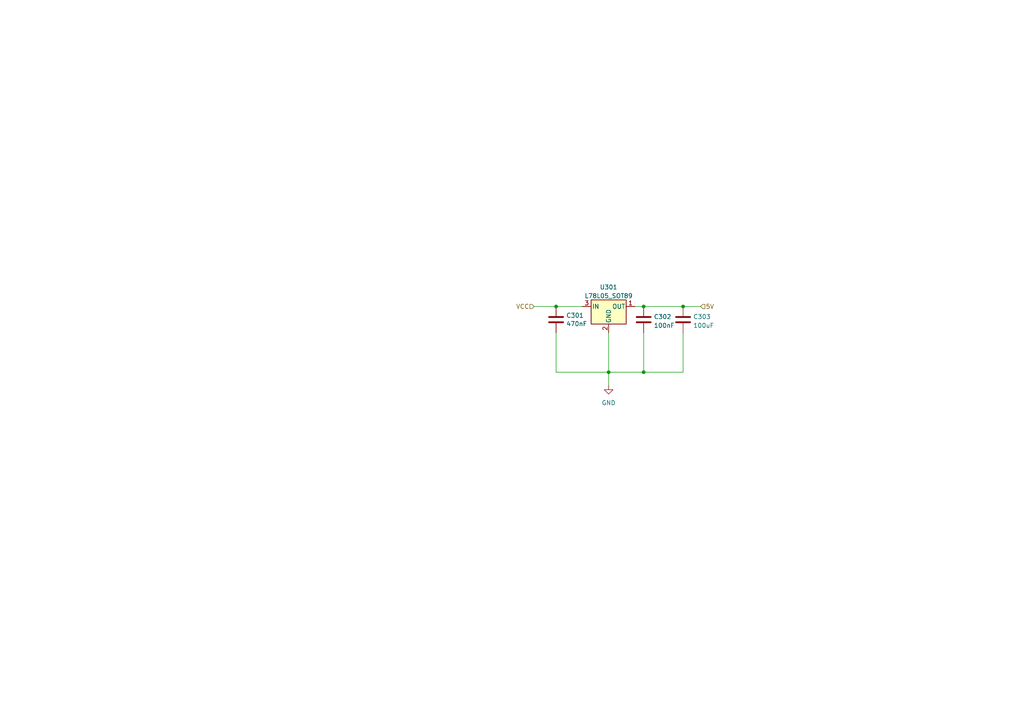
<source format=kicad_sch>
(kicad_sch (version 20230121) (generator eeschema)
  (paper "A4")
  (lib_symbols
    (symbol "Device:C" (pin_numbers hide) (pin_names (offset 0.254))
      (property "Reference" "C" (at 0.635 2.54 0))
      (property "Value" "C" (at 0.635 -2.54 0))
      (symbol "C_0_1"
        (polyline (pts (xy -2.032 -0.762) (xy 2.032 -0.762)) (stroke (width 0.508)))
        (polyline (pts (xy -2.032 0.762) (xy 2.032 0.762)) (stroke (width 0.508)))
      )
      (symbol "C_1_1"
        (pin passive line (at 0 3.81 270) (length 2.794) (name "~") (number "1"))
        (pin passive line (at 0 -3.81 90) (length 2.794) (name "~") (number "2"))
      )
    )
    (symbol "Regulator_Linear:L78L05_SOT89" (pin_names (offset 0.254))
      (property "Reference" "U" (at -3.81 3.175 0))
      (property "Value" "L78L05_SOT89" (at -0.635 3.175 0))
      (symbol "L78L05_SOT89_0_1"
        (rectangle (start -5.08 1.905) (end 5.08 -5.08) (stroke (width 0.254)) (fill (type background)))
      )
      (symbol "L78L05_SOT89_1_1"
        (pin power_out line (at 7.62 0 180) (length 2.54) (name "OUT") (number "1"))
        (pin power_in line (at 0 -7.62 90) (length 2.54) (name "GND") (number "2"))
        (pin power_in line (at -7.62 0 0) (length 2.54) (name "IN") (number "3"))
      )
    )
    (symbol "power:GND" (power) (pin_names (offset 0))
      (property "Value" "GND" (at 0 -3.81 0))
      (symbol "GND_0_1"
        (polyline (pts (xy 0 0) (xy 0 -1.27) (xy 1.27 -1.27) (xy 0 -2.54) (xy -1.27 -1.27) (xy 0 -1.27)))
      )
      (symbol "GND_1_1"
        (pin power_in line (at 0 0 270) (length 0) hide (name "GND") (number "1"))
      )
    )
  )
  (junction (at 186.69 88.9))
  (junction (at 198.12 88.9))
  (junction (at 176.53 107.95))
  (junction (at 161.29 88.9))
  (junction (at 186.69 107.95))
  (wire (pts (xy 161.29 88.9) (xy 168.91 88.9)))
  (wire (pts (xy 154.94 88.9) (xy 161.29 88.9)))
  (wire (pts (xy 186.69 96.52) (xy 186.69 107.95)))
  (wire (pts (xy 176.53 107.95) (xy 176.53 111.76)))
  (wire (pts (xy 161.29 107.95) (xy 176.53 107.95)))
  (wire (pts (xy 198.12 96.52) (xy 198.12 107.95)))
  (wire (pts (xy 198.12 88.9) (xy 203.2 88.9)))
  (wire (pts (xy 161.29 96.52) (xy 161.29 107.95)))
  (wire (pts (xy 176.53 96.52) (xy 176.53 107.95)))
  (wire (pts (xy 186.69 107.95) (xy 198.12 107.95)))
  (wire (pts (xy 184.15 88.9) (xy 186.69 88.9)))
  (wire (pts (xy 186.69 88.9) (xy 198.12 88.9)))
  (wire (pts (xy 176.53 107.95) (xy 186.69 107.95)))
  (hierarchical_label "VCC" (shape input) (at 154.94 88.9 180))
  (hierarchical_label "5V" (shape input) (at 203.2 88.9 0))
  (symbol (lib_id "Device:C") (at 186.69 92.71 0) (unit 1)
    (property "Reference" "C302" (at 189.611 91.8753 0) (effects (justify left)))
    (property "Value" "100nF" (at 189.611 94.4122 0) (effects (justify left)))
    (property "Footprint" "Capacitor_SMD:C_0603_1608Metric_Pad1.08x0.95mm_HandSolder" (effects hide))
    (property "JLCPCB Part#" "C14663" (effects hide))
    (instances (project "LDO" (path "" (reference "C302") (unit 1))) (project "servoDecoderInCabinet" (path "" (reference "C302") (unit 1))) (project "general_schematics" (path "" (reference "C1802") (unit 1))))
  )
  (symbol (lib_id "Regulator_Linear:L78L05_SOT89") (at 176.53 88.9 0) (unit 1)
    (property "Reference" "U301" (at 176.53 83.2952 0))
    (property "Value" "L78L05_SOT89" (at 176.53 85.8321 0))
    (property "Footprint" "Package_TO_SOT_SMD:SOT-89-3" (effects hide))
    (property "Datasheet" "http://www.st.com/content/ccc/resource/technical/document/datasheet/15/55/e5/aa/23/5b/43/fd/CD00000446.pdf/files/CD00000446.pdf/jcr:content/translations/en.CD00000446.pdf" (effects hide))
    (property "JLCPCB Part#" "C71136" (effects hide))
    (instances (project "LDO" (path "" (reference "U301") (unit 1))) (project "servoDecoderInCabinet" (path "" (reference "U301") (unit 1))) (project "general_schematics" (path "" (reference "U1801") (unit 1))))
  )
  (symbol (lib_id "power:GND") (at 176.53 111.76 0) (unit 1)
    (property "Reference" "#PWR0403" (effects hide))
    (property "Value" "GND" (at 176.53 116.84 0))
  )
  (symbol (lib_id "Device:C") (at 161.29 92.71 0) (unit 1)
    (property "Reference" "C301" (at 164.211 91.4979 0) (effects (justify left)))
    (property "Value" "470nF" (at 164.211 93.9221 0) (effects (justify left)))
    (property "Footprint" "Capacitor_SMD:C_0805_2012Metric" (effects hide))
    (property "JLCPCB Part#" "C13967" (effects hide))
    (instances (project "LDO" (path "" (reference "C301") (unit 1))) (project "servoDecoderInCabinet" (path "" (reference "C301") (unit 1))) (project "general_schematics" (path "" (reference "C1801") (unit 1))))
  )
  (symbol (lib_id "Device:C") (at 198.12 92.71 0) (unit 1)
    (property "Reference" "C303" (at 201.041 91.8753 0) (effects (justify left)))
    (property "Value" "100uF" (at 201.041 94.4122 0) (effects (justify left)))
    (property "Footprint" "Capacitor_SMD:C_1206_3216Metric_Pad1.33x1.80mm_HandSolder" (effects hide))
    (property "JLCPCB Part#" "C15008" (effects hide))
    (instances (project "LDO" (path "" (reference "C303") (unit 1))) (project "servoDecoderInCabinet" (path "" (reference "C303") (unit 1))) (project "general_schematics" (path "" (reference "C1803") (unit 1))))
  )
)
</source>
